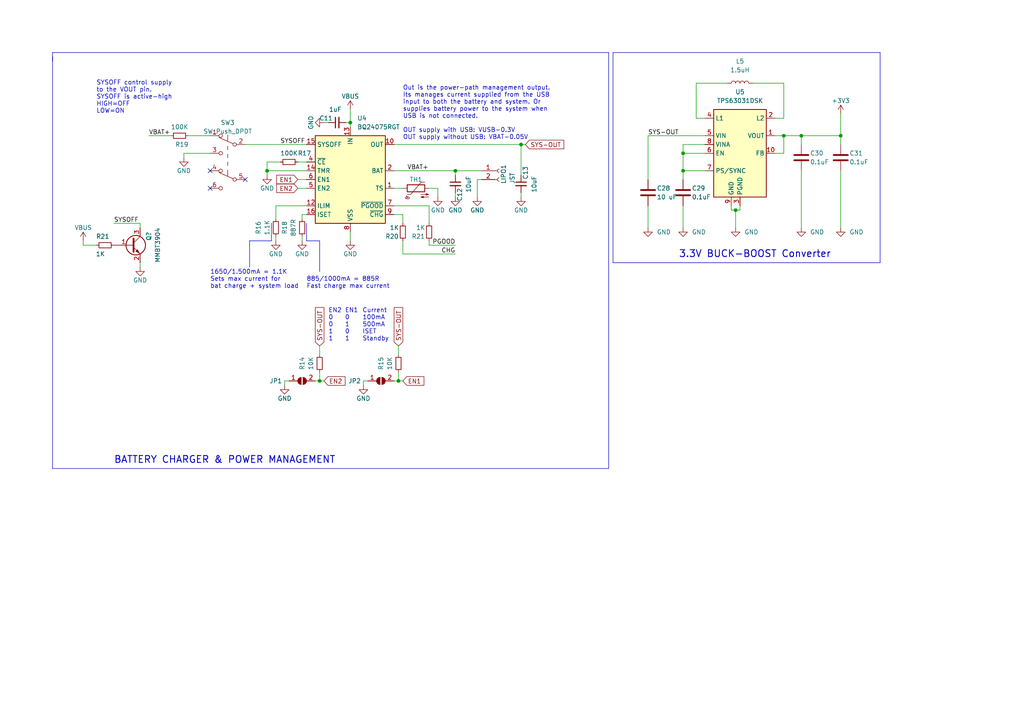
<source format=kicad_sch>
(kicad_sch (version 20230121) (generator eeschema)
  (paper "A4")
  (title_block (title "Power Management") (date "2023-05-08") (rev "1.0") (company "KOLAMUC Industry") (comment 1 "alperen.kolamu@gmail.com") (comment 2 "Alperen KOLAMUÇ"))
  (lib_symbols
    (symbol "Battery_Management:BQ24075RGT"
      (property "Reference" "U" (at -8.89 13.97 0))
      (property "Value" "BQ24075RGT" (at 16.51 13.97 0))
      (symbol "BQ24075RGT_0_1"
        (rectangle (start -10.16 12.7) (end 10.16 -12.7) (stroke (width 0.254)) (fill (type background)))
      )
      (symbol "BQ24075RGT_1_1"
        (pin passive line (at 12.7 -2.54 180) (length 2.54) (name "TS") (number "1"))
        (pin power_out line (at 12.7 10.16 180) (length 2.54) (name "OUT") (number "10"))
        (pin passive line (at 12.7 10.16 180) (length 2.54) hide (name "OUT") (number "11"))
        (pin passive line (at -12.7 -7.62 0) (length 2.54) (name "ILIM") (number "12"))
        (pin power_in line (at 0 15.24 270) (length 2.54) (name "IN") (number "13"))
        (pin input line (at -12.7 2.54 0) (length 2.54) (name "TMR") (number "14"))
        (pin input line (at -12.7 10.16 0) (length 2.54) (name "SYSOFF") (number "15"))
        (pin passive line (at -12.7 -10.16 0) (length 2.54) (name "ISET") (number "16"))
        (pin passive line (at 0 -15.24 90) (length 2.54) hide (name "VSS") (number "17"))
        (pin power_out line (at 12.7 2.54 180) (length 2.54) (name "BAT") (number "2"))
        (pin passive line (at 12.7 2.54 180) (length 2.54) hide (name "BAT") (number "3"))
        (pin input line (at -12.7 5.08 0) (length 2.54) (name "~{CE}") (number "4"))
        (pin input line (at -12.7 -2.54 0) (length 2.54) (name "EN2") (number "5"))
        (pin input line (at -12.7 0 0) (length 2.54) (name "EN1") (number "6"))
        (pin open_collector line (at 12.7 -7.62 180) (length 2.54) (name "~{PGOOD}") (number "7"))
        (pin power_in line (at 0 -15.24 90) (length 2.54) (name "VSS") (number "8"))
        (pin open_collector line (at 12.7 -10.16 180) (length 2.54) (name "~{CHG}") (number "9"))
      )
    )
    (symbol "Connector:Conn_01x02_Female" (pin_names (offset 1.016) hide)
      (property "Reference" "J" (at 0 2.54 0))
      (property "Value" "Conn_01x02_Female" (at 0 -5.08 0))
      (symbol "Conn_01x02_Female_1_1"
        (arc (start 0 -2.032) (mid -0.5058 -2.54) (end 0 -3.048) (stroke (width 0.1524)))
        (polyline (pts (xy -1.27 -2.54) (xy -0.508 -2.54)) (stroke (width 0.1524)))
        (polyline (pts (xy -1.27 0) (xy -0.508 0)) (stroke (width 0.1524)))
        (arc (start 0 0.508) (mid -0.5058 0) (end 0 -0.508) (stroke (width 0.1524)))
        (pin passive line (at -5.08 0 0) (length 3.81) (name "Pin_1") (number "1"))
        (pin passive line (at -5.08 -2.54 0) (length 3.81) (name "Pin_2") (number "2"))
      )
    )
    (symbol "Device:C" (pin_numbers hide) (pin_names (offset 0.254))
      (property "Reference" "C" (at 0.635 2.54 0))
      (property "Value" "C" (at 0.635 -2.54 0))
      (symbol "C_0_1"
        (polyline (pts (xy -2.032 -0.762) (xy 2.032 -0.762)) (stroke (width 0.508)))
        (polyline (pts (xy -2.032 0.762) (xy 2.032 0.762)) (stroke (width 0.508)))
      )
      (symbol "C_1_1"
        (pin passive line (at 0 3.81 270) (length 2.794) (name "~") (number "1"))
        (pin passive line (at 0 -3.81 90) (length 2.794) (name "~") (number "2"))
      )
    )
    (symbol "Device:C_Small" (pin_numbers hide) (pin_names (offset 0.254) hide)
      (property "Reference" "C" (at 0.254 1.778 0))
      (property "Value" "C_Small" (at 0.254 -2.032 0))
      (symbol "C_Small_0_1"
        (polyline (pts (xy -1.524 -0.508) (xy 1.524 -0.508)) (stroke (width 0.3302)))
        (polyline (pts (xy -1.524 0.508) (xy 1.524 0.508)) (stroke (width 0.3048)))
      )
      (symbol "C_Small_1_1"
        (pin passive line (at 0 2.54 270) (length 2.032) (name "~") (number "1"))
        (pin passive line (at 0 -2.54 90) (length 2.032) (name "~") (number "2"))
      )
    )
    (symbol "Device:L" (pin_numbers hide) (pin_names (offset 1.016) hide)
      (property "Reference" "L" (at -1.27 0 90))
      (property "Value" "L" (at 1.905 0 90))
      (symbol "L_0_1"
        (arc (start 0 -2.54) (mid 0.6323 -1.905) (end 0 -1.27))
        (arc (start 0 -1.27) (mid 0.6323 -0.635) (end 0 0))
        (arc (start 0 0) (mid 0.6323 0.635) (end 0 1.27))
        (arc (start 0 1.27) (mid 0.6323 1.905) (end 0 2.54))
      )
      (symbol "L_1_1"
        (pin passive line (at 0 3.81 270) (length 1.27) (name "1") (number "1"))
        (pin passive line (at 0 -3.81 90) (length 1.27) (name "2") (number "2"))
      )
    )
    (symbol "Device:R_Small" (pin_numbers hide) (pin_names (offset 0.254) hide)
      (property "Reference" "R" (at 0.762 0.508 0))
      (property "Value" "R_Small" (at 0.762 -1.016 0))
      (symbol "R_Small_0_1"
        (rectangle (start -0.762 1.778) (end 0.762 -1.778) (stroke (width 0.2032)))
      )
      (symbol "R_Small_1_1"
        (pin passive line (at 0 2.54 270) (length 0.762) (name "~") (number "1"))
        (pin passive line (at 0 -2.54 90) (length 0.762) (name "~") (number "2"))
      )
    )
    (symbol "Device:Thermistor_NTC" (pin_numbers hide) (pin_names (offset 0))
      (property "Reference" "TH" (at -4.445 0 90))
      (property "Value" "Thermistor_NTC" (at 3.175 0 90))
      (symbol "Thermistor_NTC_0_1"
        (arc (start -3.048 2.159) (mid -3.0495 2.3143) (end -3.175 2.413))
        (arc (start -3.048 2.159) (mid -2.9736 1.9794) (end -2.794 1.905))
        (arc (start -3.048 2.794) (mid -2.9736 2.6144) (end -2.794 2.54))
        (arc (start -2.794 1.905) (mid -2.6144 1.9794) (end -2.54 2.159))
        (arc (start -2.794 2.54) (mid -2.4393 2.5587) (end -2.159 2.794))
        (arc (start -2.794 3.048) (mid -2.9736 2.9736) (end -3.048 2.794))
        (arc (start -2.54 2.794) (mid -2.6144 2.9736) (end -2.794 3.048))
        (rectangle (start -1.016 2.54) (end 1.016 -2.54) (stroke (width 0.254)))
        (polyline (pts (xy -2.54 2.159) (xy -2.54 2.794)))
        (polyline (pts (xy -1.778 2.54) (xy -1.778 1.524) (xy 1.778 -1.524) (xy 1.778 -2.54)))
        (polyline (pts (xy -2.54 -3.683) (xy -2.54 -1.397) (xy -2.794 -2.159) (xy -2.286 -2.159) (xy -2.54 -1.397) (xy -2.54 -1.651)) (fill (type outline)))
        (polyline (pts (xy -1.778 -1.397) (xy -1.778 -3.683) (xy -2.032 -2.921) (xy -1.524 -2.921) (xy -1.778 -3.683) (xy -1.778 -3.429)) (fill (type outline)))
      )
      (symbol "Thermistor_NTC_1_1"
        (pin passive line (at 0 3.81 270) (length 1.27) (name "~") (number "1"))
        (pin passive line (at 0 -3.81 90) (length 1.27) (name "~") (number "2"))
      )
    )
    (symbol "Jumper:SolderJumper_2_Open" (pin_names (offset 0) hide)
      (property "Reference" "JP" (at 0 2.032 0))
      (property "Value" "SolderJumper_2_Open" (at 0 -2.54 0))
      (symbol "SolderJumper_2_Open_0_1"
        (arc (start -0.254 1.016) (mid -1.2656 0) (end -0.254 -1.016))
        (arc (start -0.254 1.016) (mid -1.2656 0) (end -0.254 -1.016) (fill (type outline)))
        (polyline (pts (xy -0.254 1.016) (xy -0.254 -1.016)))
        (polyline (pts (xy 0.254 1.016) (xy 0.254 -1.016)))
        (arc (start 0.254 -1.016) (mid 1.2656 0) (end 0.254 1.016))
        (arc (start 0.254 -1.016) (mid 1.2656 0) (end 0.254 1.016) (fill (type outline)))
      )
      (symbol "SolderJumper_2_Open_1_1"
        (pin passive line (at -3.81 0 0) (length 2.54) (name "A") (number "1"))
        (pin passive line (at 3.81 0 180) (length 2.54) (name "B") (number "2"))
      )
    )
    (symbol "Regulator_Switching:TPS63031DSK"
      (property "Reference" "U" (at -7.62 13.97 0))
      (property "Value" "TPS63031DSK" (at 5.08 13.97 0))
      (symbol "TPS63031DSK_0_1"
        (rectangle (start -7.62 12.7) (end 7.62 -12.7) (stroke (width 0.254)) (fill (type background)))
      )
      (symbol "TPS63031DSK_1_1"
        (pin power_out line (at 10.16 5.08 180) (length 2.54) (name "VOUT") (number "1"))
        (pin input line (at 10.16 0 180) (length 2.54) (name "FB") (number "10"))
        (pin passive line (at 0 -15.24 90) (length 2.54) hide (name "PGND") (number "11"))
        (pin input line (at 10.16 10.16 180) (length 2.54) (name "L2") (number "2"))
        (pin power_in line (at 0 -15.24 90) (length 2.54) (name "PGND") (number "3"))
        (pin input line (at -10.16 10.16 0) (length 2.54) (name "L1") (number "4"))
        (pin power_in line (at -10.16 5.08 0) (length 2.54) (name "VIN") (number "5"))
        (pin input line (at -10.16 0 0) (length 2.54) (name "EN") (number "6"))
        (pin input line (at -10.16 -5.08 0) (length 2.54) (name "PS/SYNC") (number "7"))
        (pin passive line (at -10.16 2.54 0) (length 2.54) (name "VINA") (number "8"))
        (pin power_in line (at -2.54 -15.24 90) (length 2.54) (name "GND") (number "9"))
      )
    )
    (symbol "Switch:SW_Push_DPDT" (pin_names (offset 0) hide)
      (property "Reference" "SW" (at 0 8.89 0))
      (property "Value" "SW_Push_DPDT" (at 0 -10.16 0))
      (symbol "SW_Push_DPDT_0_0"
        (circle (center -2.032 -5.08) (radius 0.508))
        (circle (center -2.032 5.08) (radius 0.508))
        (circle (center 2.032 -7.62) (radius 0.508))
        (circle (center 2.032 2.54) (radius 0.508))
      )
      (symbol "SW_Push_DPDT_0_1"
        (polyline (pts (xy -1.524 -4.826) (xy 2.54 -3.048)))
        (polyline (pts (xy -1.524 5.334) (xy 2.54 7.112)))
        (polyline (pts (xy 0 -2.286) (xy 0 -4.064)))
        (polyline (pts (xy 0 -1.016) (xy 0 0)))
        (polyline (pts (xy 0 1.27) (xy 0 2.286)))
        (polyline (pts (xy 0 3.556) (xy 0 4.572)))
        (polyline (pts (xy 0 7.874) (xy 0 6.096)))
        (circle (center 2.032 -2.54) (radius 0.508))
        (circle (center 2.032 7.62) (radius 0.508))
      )
      (symbol "SW_Push_DPDT_1_1"
        (pin passive line (at 5.08 7.62 180) (length 2.54) (name "A") (number "1"))
        (pin passive line (at -5.08 5.08 0) (length 2.54) (name "B") (number "2"))
        (pin passive line (at 5.08 2.54 180) (length 2.54) (name "C") (number "3"))
        (pin passive line (at 5.08 -2.54 180) (length 2.54) (name "A") (number "4"))
        (pin passive line (at -5.08 -5.08 0) (length 2.54) (name "B") (number "5"))
        (pin passive line (at 5.08 -7.62 180) (length 2.54) (name "C") (number "6"))
      )
    )
    (symbol "Transistor_BJT:MMBT3904" (pin_names (offset 0) hide)
      (property "Reference" "Q" (at 5.08 1.905 0))
      (property "Value" "MMBT3904" (at 5.08 0 0))
      (symbol "MMBT3904_0_1"
        (polyline (pts (xy 0.635 0.635) (xy 2.54 2.54)))
        (polyline (pts (xy 0.635 -0.635) (xy 2.54 -2.54) (xy 2.54 -2.54)))
        (polyline (pts (xy 0.635 1.905) (xy 0.635 -1.905) (xy 0.635 -1.905)) (stroke (width 0.508)))
        (polyline (pts (xy 1.27 -1.778) (xy 1.778 -1.27) (xy 2.286 -2.286) (xy 1.27 -1.778) (xy 1.27 -1.778)) (fill (type outline)))
        (circle (center 1.27 0) (radius 2.8194) (stroke (width 0.254)))
      )
      (symbol "MMBT3904_1_1"
        (pin input line (at -5.08 0 0) (length 5.715) (name "B") (number "1"))
        (pin passive line (at 2.54 -5.08 90) (length 2.54) (name "E") (number "2"))
        (pin passive line (at 2.54 5.08 270) (length 2.54) (name "C") (number "3"))
      )
    )
    (symbol "power:+3.3V" (power) (pin_names (offset 0))
      (property "Value" "+3.3V" (at 0 3.556 0))
      (symbol "+3.3V_0_1"
        (polyline (pts (xy -0.762 1.27) (xy 0 2.54)))
        (polyline (pts (xy 0 0) (xy 0 2.54)))
        (polyline (pts (xy 0 2.54) (xy 0.762 1.27)))
      )
      (symbol "+3.3V_1_1"
        (pin power_in line (at 0 0 90) (length 0) hide (name "+3V3") (number "1"))
      )
    )
    (symbol "power:GND" (power) (pin_names (offset 0))
      (property "Value" "GND" (at 0 -3.81 0))
      (symbol "GND_0_1"
        (polyline (pts (xy 0 0) (xy 0 -1.27) (xy 1.27 -1.27) (xy 0 -2.54) (xy -1.27 -1.27) (xy 0 -1.27)))
      )
      (symbol "GND_1_1"
        (pin power_in line (at 0 0 270) (length 0) hide (name "GND") (number "1"))
      )
    )
    (symbol "power:VBUS" (power) (pin_names (offset 0))
      (property "Value" "VBUS" (at 0 3.81 0))
      (symbol "VBUS_0_1"
        (polyline (pts (xy -0.762 1.27) (xy 0 2.54)))
        (polyline (pts (xy 0 0) (xy 0 2.54)))
        (polyline (pts (xy 0 2.54) (xy 0.762 1.27)))
      )
      (symbol "VBUS_1_1"
        (pin power_in line (at 0 0 90) (length 0) hide (name "VBUS") (number "1"))
      )
    )
  )
  (junction (at 213.36 60.96))
  (junction (at 77.47 49.53))
  (junction (at 198.12 49.53))
  (junction (at 101.6 35.56))
  (junction (at 115.57 110.49))
  (junction (at 198.12 44.45))
  (junction (at 243.84 39.37))
  (junction (at 232.41 39.37))
  (junction (at 227.33 39.37))
  (junction (at 132.08 49.53))
  (junction (at 92.71 110.49))
  (junction (at 151.13 41.91))
  (no_connect (at 60.96 54.61))
  (no_connect (at 60.96 49.53))
  (no_connect (at 71.12 52.07))
  (wire (pts (xy 243.84 39.37) (xy 232.41 39.37)))
  (wire (pts (xy 132.08 55.88) (xy 132.08 57.15)))
  (wire (pts (xy 204.47 49.53) (xy 198.12 49.53)))
  (wire (pts (xy 86.36 54.61) (xy 88.9 54.61)))
  (wire (pts (xy 53.34 44.45) (xy 60.96 44.45)))
  (wire (pts (xy 224.79 39.37) (xy 227.33 39.37)))
  (wire (pts (xy 198.12 44.45) (xy 204.47 44.45)))
  (polyline (pts (xy 72.39 69.85) (xy 72.39 77.47)))
  (polyline (pts (xy 15.24 135.89) (xy 176.53 135.89)))
  (polyline (pts (xy 177.8 15.24) (xy 177.8 76.2)))
  (wire (pts (xy 187.96 39.37) (xy 204.47 39.37)))
  (wire (pts (xy 88.9 59.69) (xy 80.01 59.69)))
  (wire (pts (xy 210.82 24.13) (xy 201.93 24.13)))
  (wire (pts (xy 124.46 71.12) (xy 132.08 71.12)))
  (wire (pts (xy 115.57 110.49) (xy 116.84 110.49)))
  (polyline (pts (xy 88.9 69.85) (xy 92.71 69.85)))
  (wire (pts (xy 101.6 35.56) (xy 101.6 36.83)))
  (wire (pts (xy 77.47 46.99) (xy 77.47 49.53)))
  (wire (pts (xy 201.93 34.29) (xy 204.47 34.29)))
  (polyline (pts (xy 177.8 15.24) (xy 255.27 15.24)))
  (wire (pts (xy 214.63 60.96) (xy 214.63 59.69)))
  (wire (pts (xy 101.6 31.75) (xy 101.6 35.56)))
  (polyline (pts (xy 78.74 64.77) (xy 78.74 69.85)))
  (wire (pts (xy 105.41 110.49) (xy 105.41 111.76)))
  (wire (pts (xy 227.33 39.37) (xy 232.41 39.37)))
  (wire (pts (xy 132.08 49.53) (xy 132.08 50.8)))
  (wire (pts (xy 243.84 49.53) (xy 243.84 66.04)))
  (wire (pts (xy 212.09 59.69) (xy 212.09 60.96)))
  (wire (pts (xy 224.79 44.45) (xy 227.33 44.45)))
  (polyline (pts (xy 176.53 135.89) (xy 176.53 15.24)))
  (wire (pts (xy 212.09 60.96) (xy 213.36 60.96)))
  (wire (pts (xy 83.82 110.49) (xy 82.55 110.49)))
  (wire (pts (xy 187.96 52.07) (xy 187.96 39.37)))
  (wire (pts (xy 43.18 39.37) (xy 49.53 39.37)))
  (wire (pts (xy 88.9 62.23) (xy 87.63 62.23)))
  (wire (pts (xy 40.64 77.47) (xy 40.64 76.2)))
  (wire (pts (xy 86.36 52.07) (xy 88.9 52.07)))
  (wire (pts (xy 198.12 49.53) (xy 198.12 52.07)))
  (wire (pts (xy 201.93 24.13) (xy 201.93 34.29)))
  (wire (pts (xy 198.12 44.45) (xy 198.12 41.91)))
  (wire (pts (xy 198.12 59.69) (xy 198.12 66.04)))
  (wire (pts (xy 93.98 35.56) (xy 95.25 35.56)))
  (wire (pts (xy 243.84 33.02) (xy 243.84 39.37)))
  (wire (pts (xy 114.3 59.69) (xy 124.46 59.69)))
  (wire (pts (xy 124.46 59.69) (xy 124.46 64.77)))
  (wire (pts (xy 82.55 110.49) (xy 82.55 111.76)))
  (wire (pts (xy 218.44 24.13) (xy 227.33 24.13)))
  (wire (pts (xy 152.4 41.91) (xy 151.13 41.91)))
  (polyline (pts (xy 78.74 69.85) (xy 72.39 69.85)))
  (wire (pts (xy 124.46 54.61) (xy 127 54.61)))
  (wire (pts (xy 213.36 60.96) (xy 214.63 60.96)))
  (wire (pts (xy 77.47 49.53) (xy 77.47 50.8)))
  (wire (pts (xy 24.13 69.85) (xy 24.13 71.12)))
  (wire (pts (xy 106.68 110.49) (xy 105.41 110.49)))
  (wire (pts (xy 101.6 69.85) (xy 101.6 67.31)))
  (wire (pts (xy 187.96 59.69) (xy 187.96 66.04)))
  (wire (pts (xy 127 54.61) (xy 127 57.15)))
  (wire (pts (xy 40.64 66.04) (xy 40.64 64.77)))
  (wire (pts (xy 87.63 62.23) (xy 87.63 63.5)))
  (wire (pts (xy 54.61 39.37) (xy 60.96 39.37)))
  (polyline (pts (xy 15.24 16.51) (xy 15.24 17.78)))
  (wire (pts (xy 232.41 49.53) (xy 232.41 66.04)))
  (wire (pts (xy 116.84 69.85) (xy 116.84 73.66)))
  (wire (pts (xy 213.36 60.96) (xy 213.36 66.04)))
  (wire (pts (xy 198.12 49.53) (xy 198.12 44.45)))
  (wire (pts (xy 92.71 110.49) (xy 92.71 107.95)))
  (wire (pts (xy 124.46 71.12) (xy 124.46 69.85)))
  (wire (pts (xy 243.84 41.91) (xy 243.84 39.37)))
  (wire (pts (xy 116.84 62.23) (xy 116.84 64.77)))
  (wire (pts (xy 33.02 64.77) (xy 40.64 64.77)))
  (polyline (pts (xy 92.71 69.85) (xy 92.71 78.74)))
  (wire (pts (xy 88.9 49.53) (xy 77.47 49.53)))
  (wire (pts (xy 138.43 57.15) (xy 138.43 52.07)))
  (polyline (pts (xy 15.24 15.24) (xy 15.24 16.51)))
  (wire (pts (xy 115.57 110.49) (xy 115.57 107.95)))
  (wire (pts (xy 91.44 110.49) (xy 92.71 110.49)))
  (wire (pts (xy 92.71 110.49) (xy 93.98 110.49)))
  (wire (pts (xy 116.84 73.66) (xy 132.08 73.66)))
  (wire (pts (xy 232.41 39.37) (xy 232.41 41.91)))
  (wire (pts (xy 151.13 55.88) (xy 151.13 57.15)))
  (wire (pts (xy 132.08 49.53) (xy 139.7 49.53)))
  (wire (pts (xy 100.33 35.56) (xy 101.6 35.56)))
  (wire (pts (xy 24.13 71.12) (xy 27.94 71.12)))
  (wire (pts (xy 114.3 110.49) (xy 115.57 110.49)))
  (wire (pts (xy 115.57 100.33) (xy 115.57 102.87)))
  (polyline (pts (xy 255.27 76.2) (xy 255.27 15.24)))
  (polyline (pts (xy 88.9 64.77) (xy 88.9 69.85)))
  (wire (pts (xy 86.36 46.99) (xy 88.9 46.99)))
  (polyline (pts (xy 15.24 16.51) (xy 15.24 135.89)))
  (wire (pts (xy 114.3 62.23) (xy 116.84 62.23)))
  (wire (pts (xy 81.28 46.99) (xy 77.47 46.99)))
  (wire (pts (xy 114.3 49.53) (xy 132.08 49.53)))
  (wire (pts (xy 114.3 41.91) (xy 151.13 41.91)))
  (wire (pts (xy 80.01 59.69) (xy 80.01 63.5)))
  (wire (pts (xy 87.63 69.85) (xy 87.63 68.58)))
  (wire (pts (xy 151.13 41.91) (xy 151.13 50.8)))
  (wire (pts (xy 114.3 54.61) (xy 116.84 54.61)))
  (wire (pts (xy 227.33 24.13) (xy 227.33 34.29)))
  (wire (pts (xy 227.33 44.45) (xy 227.33 39.37)))
  (wire (pts (xy 92.71 100.33) (xy 92.71 102.87)))
  (wire (pts (xy 53.34 44.45) (xy 53.34 45.72)))
  (wire (pts (xy 198.12 41.91) (xy 204.47 41.91)))
  (wire (pts (xy 71.12 41.91) (xy 88.9 41.91)))
  (wire (pts (xy 138.43 52.07) (xy 139.7 52.07)))
  (wire (pts (xy 227.33 34.29) (xy 224.79 34.29)))
  (wire (pts (xy 80.01 69.85) (xy 80.01 68.58)))
  (polyline (pts (xy 177.8 76.2) (xy 255.27 76.2)))
  (polyline (pts (xy 176.53 15.24) (xy 15.24 15.24)))
  (text "SYSOFF control supply\nto the VOUT pin.\nSYSOFF is active-high\nHIGH=OFF\nLOW=ON" (at 27.94 33.02 0) (effects (font (size 1.27 1.27)) (justify left bottom)))
  (text "885/1000mA = 885R\nFast charge max current" (at 88.9 83.82 0) (effects (font (size 1.27 1.27)) (justify left bottom)))
  (text "1650/1.500mA = 1.1K\nSets max current for\nbat charge + system load" (at 60.96 83.82 0) (effects (font (size 1.27 1.27)) (justify left bottom)))
  (text "EN2	EN1	Current\n0	0	100mA\n0	1	500mA\n1	0	ISET\n1	1	Standby" (at 95.25 99.06 0) (effects (font (size 1.27 1.27)) (justify left bottom)))
  (text "BATTERY CHARGER & POWER MANAGEMENT" (at 33.02 134.62 0) (effects (font (size 2 2) (thickness 0.254) bold) (justify left bottom)))
  (text "Out is the power-path management output.\nIts manages current supplied from the USB\ninput to both the battery and system. Or\nsupplies battery power to the system when\nUSB is not connected.\n\nOUT supply with USB: VUSB-0.3V\nOUT supply without USB: VBAT-0.05V " (at 116.84 40.64 0) (effects (font (size 1.27 1.27)) (justify left bottom)))
  (text "3.3V BUCK-BOOST Converter" (at 196.85 74.93 0) (effects (font (size 2 2) (thickness 0.254) bold) (justify left bottom)))
  (label "VBAT+" (at 43.18 39.37 0))
  (label "PGOOD" (at 132.08 71.12 180))
  (label "VBAT+" (at 118.11 49.53 0))
  (label "SYSOFF" (at 33.02 64.77 0))
  (label "CHG" (at 132.08 73.66 180))
  (label "SYS-OUT" (at 187.96 39.37 0))
  (label "SYSOFF" (at 81.28 41.91 0))
  (global_label "SYS-OUT" (shape input) (at 92.71 100.33 90) (property "Intersheetrefs" "${INTERSHEET_REFS}" (effects hide)))
  (global_label "EN2" (shape input) (at 86.36 54.61 180) (property "Intersheetrefs" "${INTERSHEET_REFS}" (effects hide)))
  (global_label "SYS-OUT" (shape input) (at 152.4 41.91 0) (property "Intersheetrefs" "${INTERSHEET_REFS}" (effects hide)))
  (global_label "SYS-OUT" (shape input) (at 115.57 100.33 90) (property "Intersheetrefs" "${INTERSHEET_REFS}" (effects hide)))
  (global_label "EN2" (shape input) (at 93.98 110.49 0) (property "Intersheetrefs" "${INTERSHEET_REFS}" (effects hide)))
  (global_label "EN1" (shape input) (at 116.84 110.49 0) (property "Intersheetrefs" "${INTERSHEET_REFS}" (effects hide)))
  (global_label "EN1" (shape input) (at 86.36 52.07 180) (property "Intersheetrefs" "${INTERSHEET_REFS}" (effects hide)))
  (symbol (lib_id "Device:C") (at 232.41 45.72 0) (unit 1)
    (property "Reference" "C30" (at 234.95 44.45 0) (effects (justify left)))
    (property "Value" "0.1uF" (at 234.95 46.99 0) (effects (justify left)))
    (property "Footprint" "Capacitor_SMD:C_0402_1005Metric" (effects hide))
    (property "Description" "0.1uF %10 50VDC" (effects hide))
    (property "Package-Case" "0402" (effects hide))
    (instances (project "RadiolinkAT9C" (path "" (reference "C30") (unit 1)) (path "" (reference "C17") (unit 1))))
  )
  (symbol (lib_id "Device:R_Small") (at 116.84 67.31 180) (unit 1)
    (property "Reference" "R20" (at 111.76 68.58 0) (effects (justify right)))
    (property "Value" "1K" (at 113.03 66.04 0) (effects (justify right)))
    (property "Footprint" "Resistor_SMD:R_0603_1608Metric" (effects hide))
    (property "Datasheet" "https://cdn.ozdisan.com/ETicaret_Dosya/399380_9872459.pdf" (effects hide))
    (property "Description" "RES.(1608) 0603 1K Ohms 1% 1/10W-S 100PPM" (effects hide))
    (property "Manufacturer" "ROYALOHM" (effects hide))
    (property "Suplier" "Ozdisan" (effects hide))
    (property "Suplier Part Number" "0603SAF1001T5E" (effects hide))
    (property "Package-Case" "0603" (effects hide))
    (property "URL" "https://b2b.ozdisan.com/Product/Detail/341789/0603SAF1001T5E" (effects hide))
    (instances (project "RadiolinkAT9C" (path "" (reference "R20") (unit 1)) (path "" (reference "R33") (unit 1))))
  )
  (symbol (lib_id "power:GND") (at 232.41 66.04 0) (unit 1)
    (property "Reference" "#PWR017" (effects hide))
    (property "Value" "GND" (at 234.95 67.3099 0) (effects (justify left)))
    (instances (project "RadiolinkAT9C" (path "" (reference "#PWR017") (unit 1)) (path "" (reference "#PWR039") (unit 1))))
  )
  (symbol (lib_id "power:GND") (at 87.63 69.85 0) (unit 1)
    (property "Reference" "#PWR0134" (effects hide))
    (property "Value" "GND" (at 87.63 73.66 0))
    (instances (project "RadiolinkAT9C" (path "" (reference "#PWR0134") (unit 1)) (path "" (reference "#PWR056") (unit 1))))
  )
  (symbol (lib_id "Switch:SW_Push_DPDT") (at 66.04 46.99 0) (mirror y) (unit 1)
    (property "Reference" "SW3" (at 66.04 35.56 0))
    (property "Value" "SW_Push_DPDT" (at 66.04 38.1 0))
  )
  (symbol (lib_id "power:GND") (at 127 57.15 0) (unit 1)
    (property "Reference" "#PWR04" (effects hide))
    (property "Value" "GND" (at 127 60.96 0))
    (instances (project "RadiolinkAT9C" (path "" (reference "#PWR04") (unit 1)) (path "" (reference "#PWR061") (unit 1))))
  )
  (symbol (lib_id "Device:C") (at 198.12 55.88 0) (unit 1)
    (property "Reference" "C29" (at 200.66 54.61 0) (effects (justify left)))
    (property "Value" "0.1uF" (at 200.66 57.15 0) (effects (justify left)))
    (property "Footprint" "Capacitor_SMD:C_0402_1005Metric" (effects hide))
    (property "Description" "0.1uF %10 50VDC" (effects hide))
    (property "Package-Case" "0402" (effects hide))
    (instances (project "RadiolinkAT9C" (path "" (reference "C29") (unit 1)) (path "" (reference "C16") (unit 1))))
  )
  (symbol (lib_id "Device:L") (at 214.63 24.13 90) (unit 1)
    (property "Reference" "L5" (at 214.63 17.78 90))
    (property "Value" "1.5uH" (at 214.63 20.32 90))
    (property "Footprint" "Inductor_SMD:L_Coilcraft_XxL4020" (effects hide))
    (instances (project "RadiolinkAT9C" (path "" (reference "L5") (unit 1)) (path "" (reference "L3") (unit 1))))
  )
  (symbol (lib_id "power:GND") (at 82.55 111.76 0) (unit 1)
    (property "Reference" "#PWR0132" (effects hide))
    (property "Value" "GND" (at 82.55 115.57 0))
    (instances (project "RadiolinkAT9C" (path "" (reference "#PWR0132") (unit 1)) (path "" (reference "#PWR055") (unit 1))))
  )
  (symbol (lib_id "power:GND") (at 138.43 57.15 0) (unit 1)
    (property "Reference" "#PWR06" (effects hide))
    (property "Value" "GND" (at 138.43 60.96 0))
    (instances (project "RadiolinkAT9C" (path "" (reference "#PWR06") (unit 1)) (path "" (reference "#PWR064") (unit 1))))
  )
  (symbol (lib_id "power:GND") (at 93.98 35.56 270) (unit 1)
    (property "Reference" "#PWR02" (effects hide))
    (property "Value" "GND" (at 90.17 35.56 0))
    (instances (project "RadiolinkAT9C" (path "" (reference "#PWR02") (unit 1)) (path "" (reference "#PWR057") (unit 1))))
  )
  (symbol (lib_id "Transistor_BJT:MMBT3904") (at 38.1 71.12 0) (unit 1)
    (property "Reference" "Q?" (at 43.18 69.8499 90) (effects (justify left)))
    (property "Value" "MMBT3904" (at 45.72 76.2 90) (effects (justify left)))
    (property "Footprint" "Package_TO_SOT_SMD:SOT-23" (effects hide))
    (property "Datasheet" "https://www.onsemi.com/pub/Collateral/2N3903-D.PDF" (effects hide))
    (property "Description" "TRANSISTOR DIS.200mA 40V NPN SOT23 EPITAXIAL SMT" (effects hide))
    (property "Manufacturer" "HOTTECH" (effects hide))
    (property "Suplier" "Ozdisan" (effects hide))
    (property "Suplier Part Number" "MMBT3904-HT" (effects hide))
    (property "Package-Case" "SOT-23" (effects hide))
    (property "URL" "https://b2b.ozdisan.com/Product/Detail/468189/MMBT3904-HT" (effects hide))
    (instances (project "RadiolinkAT9C" (path "" (reference "Q?") (unit 1)) (path "" (reference "Q1") (unit 1)) (path "" (reference "Q4") (unit 1))))
  )
  (symbol (lib_id "power:GND") (at 53.34 45.72 0) (unit 1)
    (property "Reference" "#PWR01" (effects hide))
    (property "Value" "GND" (at 53.34 49.53 0))
    (instances (project "RadiolinkAT9C" (path "" (reference "#PWR01") (unit 1)) (path "" (reference "#PWR052") (unit 1))))
  )
  (symbol (lib_id "Device:C_Small") (at 151.13 53.34 0) (unit 1)
    (property "Reference" "C13" (at 152.4 52.07 90) (effects (justify left)))
    (property "Value" "10uF" (at 154.94 55.88 90) (effects (justify left)))
    (property "Footprint" "Capacitor_SMD:C_0603_1608Metric" (effects hide))
    (property "Datasheet" "https://cdn.ozdisan.com/ETicaret_Dosya/448212_5798276.PDF" (effects hide))
    (property "Description" "MLCC (1608) 0603 10uF 10VDC ±10% X5R" (effects hide))
    (property "Manufacturer" "SAMSUNG" (effects hide))
    (property "Suplier" "Ozdisan" (effects hide))
    (property "Suplier Part Number" "CL10A106KP8NNNC" (effects hide))
    (property "Package-Case" "0603" (effects hide))
    (property "URL" "https://b2b.ozdisan.com/passive-components/capacitors/smt-smd-and-mlcc-capacitors/CL10A106KQ8NNNC" (effects hide))
    (instances (project "RadiolinkAT9C" (path "" (reference "C13") (unit 1)) (path "" (reference "C23") (unit 1))))
  )
  (symbol (lib_id "Device:C_Small") (at 97.79 35.56 90) (unit 1)
    (property "Reference" "C11" (at 96.52 34.29 90) (effects (justify left)))
    (property "Value" "1uF" (at 99.06 31.75 90) (effects (justify left)))
    (property "Footprint" "Capacitor_SMD:C_0603_1608Metric" (effects hide))
    (property "Datasheet" "https://cdn.ozdisan.com/ETicaret_Dosya/448212_5798276.PDF" (effects hide))
    (property "Description" "MLCC (1608) 0603 1uF 16VDC ±10% X7R" (effects hide))
    (property "Manufacturer" "SAMSUNG" (effects hide))
    (property "Suplier" "Ozdisan" (effects hide))
    (property "Suplier Part Number" "CL10B105KO8NNNC" (effects hide))
    (property "Package-Case" "0603" (effects hide))
    (property "URL" "https://b2b.ozdisan.com/Product/Detail/14234/CL10B105KO8NNNC" (effects hide))
    (instances (project "RadiolinkAT9C" (path "" (reference "C11") (unit 1)) (path "" (reference "C21") (unit 1))))
  )
  (symbol (lib_id "power:GND") (at 213.36 66.04 0) (unit 1)
    (property "Reference" "#PWR0144" (effects hide))
    (property "Value" "GND" (at 215.9 67.3099 0) (effects (justify left)))
    (instances (project "RadiolinkAT9C" (path "" (reference "#PWR0144") (unit 1)) (path "" (reference "#PWR038") (unit 1))))
  )
  (symbol (lib_id "power:GND") (at 40.64 77.47 0) (unit 1)
    (property "Reference" "#PWR0136" (effects hide))
    (property "Value" "GND" (at 40.64 81.28 0))
    (instances (project "RadiolinkAT9C" (path "" (reference "#PWR0136") (unit 1)) (path "" (reference "#PWR075") (unit 1))))
  )
  (symbol (lib_id "Jumper:SolderJumper_2_Open") (at 87.63 110.49 0) (unit 1)
    (property "Reference" "JP1" (at 80.01 110.49 0))
    (property "Value" "SolderJumper_2_Open" (effects hide))
    (property "Footprint" "Jumper:SolderJumper-2_P1.3mm_Open_RoundedPad1.0x1.5mm" (effects hide))
    (instances (project "RadiolinkAT9C" (path "" (reference "JP1") (unit 1)) (path "" (reference "JP3") (unit 1))))
  )
  (symbol (lib_id "Device:R_Small") (at 124.46 67.31 180) (unit 1)
    (property "Reference" "R21" (at 119.38 68.58 0) (effects (justify right)))
    (property "Value" "1K" (at 120.65 66.04 0) (effects (justify right)))
    (property "Footprint" "Resistor_SMD:R_0603_1608Metric" (effects hide))
    (property "Datasheet" "https://cdn.ozdisan.com/ETicaret_Dosya/399380_9872459.pdf" (effects hide))
    (property "Description" "RES.(1608) 0603 1K Ohms 1% 1/10W-S 100PPM" (effects hide))
    (property "Manufacturer" "ROYALOHM" (effects hide))
    (property "Suplier" "Ozdisan" (effects hide))
    (property "Suplier Part Number" "0603SAF1001T5E" (effects hide))
    (property "Package-Case" "0603" (effects hide))
    (property "URL" "https://b2b.ozdisan.com/Product/Detail/341789/0603SAF1001T5E" (effects hide))
    (instances (project "RadiolinkAT9C" (path "" (reference "R21") (unit 1)) (path "" (reference "R34") (unit 1))))
  )
  (symbol (lib_id "power:GND") (at 132.08 57.15 0) (unit 1)
    (property "Reference" "#PWR05" (effects hide))
    (property "Value" "GND" (at 132.08 60.96 0))
    (instances (project "RadiolinkAT9C" (path "" (reference "#PWR05") (unit 1)) (path "" (reference "#PWR063") (unit 1))))
  )
  (symbol (lib_id "Device:C") (at 187.96 55.88 0) (unit 1)
    (property "Reference" "C28" (at 190.5 54.61 0) (effects (justify left)))
    (property "Value" "10 uF" (at 190.5 57.15 0) (effects (justify left)))
    (property "Footprint" "Capacitor_SMD:C_0402_1005Metric" (effects hide))
    (property "Description" "10 uF %10 50VDC" (effects hide))
    (property "Package-Case" "0402" (effects hide))
    (instances (project "RadiolinkAT9C" (path "" (reference "C28") (unit 1)) (path "" (reference "C10") (unit 1))))
  )
  (symbol (lib_id "Battery_Management:BQ24075RGT") (at 101.6 52.07 0) (unit 1)
    (property "Reference" "U4" (at 103.6194 34.29 0) (effects (justify left)))
    (property "Value" "BQ24075RGT" (at 103.6194 36.83 0) (effects (justify left)))
    (property "Footprint" "Package_DFN_QFN:VQFN-16-1EP_3x3mm_P0.5mm_EP1.6x1.6mm" (effects hide))
    (property "Datasheet" "http://www.ti.com/lit/ds/symlink/bq24075.pdf" (effects hide))
    (instances (project "RadiolinkAT9C" (path "" (reference "U4") (unit 1)) (path "" (reference "U8") (unit 1))))
  )
  (symbol (lib_id "power:GND") (at 105.41 111.76 0) (unit 1)
    (property "Reference" "#PWR0131" (effects hide))
    (property "Value" "GND" (at 105.41 115.57 0))
    (instances (project "RadiolinkAT9C" (path "" (reference "#PWR0131") (unit 1)) (path "" (reference "#PWR060") (unit 1))))
  )
  (symbol (lib_id "Device:R_Small") (at 83.82 46.99 270) (mirror x) (unit 1)
    (property "Reference" "R17" (at 86.36 44.45 90) (effects (justify left)))
    (property "Value" "100K" (at 81.28 44.45 90) (effects (justify left)))
    (property "Footprint" "Resistor_SMD:R_0603_1608Metric" (effects hide))
    (property "Datasheet" "https://cdn.ozdisan.com/ETicaret_Dosya/399380_9872459.pdf" (effects hide))
    (property "Package-Case" "0603" (effects hide))
    (property "Manufacturer" "ROYALOHM" (effects hide))
    (property "Suplier" "Ozdisan" (effects hide))
    (property "Description" "RES.(1608) 0603 100K Ohms 5% 1/10W-S 100PPM" (effects hide))
    (property "Suplier Part Number" "0603SAJ0104T5E" (effects hide))
    (property "URL" "https://b2b.ozdisan.com/pasif-komponentler/direncler/smt-smd-ve-cip-direncler/0603SAJ0104T5E" (effects hide))
    (instances (project "RadiolinkAT9C" (path "" (reference "R17") (unit 1)) (path "" (reference "R29") (unit 1))))
  )
  (symbol (lib_id "Device:R_Small") (at 80.01 66.04 180) (unit 1)
    (property "Reference" "R16" (at 74.93 66.04 90))
    (property "Value" "1.1K" (at 77.47 66.04 90))
    (property "Footprint" "Resistor_SMD:R_0603_1608Metric" (effects hide))
    (property "Datasheet" "https://cdn.ozdisan.com/ETicaret_Dosya/399380_9872459.pdf" (effects hide))
    (property "Suplier" "Ozdisan" (effects hide))
    (property "Suplier Part Number" "0603SAF1101T5E" (effects hide))
    (property "Description" "RES.(1608) 0603 1.1K Ohms 1% 1/10W-S 100PPM" (effects hide))
    (property "Package-Case" "0603" (effects hide))
    (property "Manufacturer" "ROYALOHM" (effects hide))
    (property "URL" "https://b2b.ozdisan.com/pasif-komponentler/direncler/smt-smd-ve-cip-direncler/0603SAF1101T5E/351084" (effects hide))
    (instances (project "RadiolinkAT9C" (path "" (reference "R16") (unit 1)) (path "" (reference "R28") (unit 1))))
  )
  (symbol (lib_id "Device:C") (at 243.84 45.72 0) (unit 1)
    (property "Reference" "C31" (at 246.38 44.45 0) (effects (justify left)))
    (property "Value" "0.1uF" (at 246.38 46.99 0) (effects (justify left)))
    (property "Footprint" "Capacitor_SMD:C_0402_1005Metric" (effects hide))
    (property "Description" "0.1uF %10 50VDC" (effects hide))
    (property "Package-Case" "0402" (effects hide))
    (instances (project "RadiolinkAT9C" (path "" (reference "C31") (unit 1)) (path "" (reference "C18") (unit 1))))
  )
  (symbol (lib_id "Device:R_Small") (at 87.63 66.04 180) (unit 1)
    (property "Reference" "R18" (at 82.55 66.04 90))
    (property "Value" "887R" (at 85.09 66.04 90))
    (property "Footprint" "Resistor_SMD:R_0603_1608Metric" (effects hide))
    (property "Datasheet" "https://cdn.ozdisan.com/ETicaret_Dosya/399380_9872459.pdf" (effects hide))
    (property "Suplier" "Ozdisan" (effects hide))
    (property "Suplier Part Number" "0603SAF8870T5E" (effects hide))
    (property "Description" "RES.(1608) 0603 887 Ohms 1% 1/10W-S 100PPM" (effects hide))
    (property "Package-Case" "0603" (effects hide))
    (property "Manufacturer" "ROYALOHM" (effects hide))
    (property "URL" "https://b2b.ozdisan.com/pasif-komponentler/direncler/smt-smd-ve-cip-direncler/0603SAF8870T5E/505841" (effects hide))
    (property "Sim.Device" "SPICE" (effects hide))
    (property "Sim.Params" "type=\"R\" model=\"1.1K\" lib=\"\"" (effects hide))
    (property "Sim.Pins" "1=1 2=2" (effects hide))
    (instances (project "RadiolinkAT9C" (path "" (reference "R18") (unit 1)) (path "" (reference "R30") (unit 1))))
  )
  (symbol (lib_id "Device:R_Small") (at 92.71 105.41 180) (unit 1)
    (property "Reference" "R14" (at 87.63 105.41 90))
    (property "Value" "10K" (at 90.17 105.41 90))
    (property "Footprint" "Resistor_SMD:R_0603_1608Metric" (effects hide))
    (property "Datasheet" "https://cdn.ozdisan.com/ETicaret_Dosya/570122_9878629.pdf" (effects hide))
    (property "Suplier" "Ozdisan" (effects hide))
    (property "Suplier Part Number" "TC0325F1002T5F" (effects hide))
    (property "Description" "RES.(1608) 0603 10K Ohms 1% 1/10W 25PPM" (effects hide))
    (property "Package-Case" "0603" (effects hide))
    (property "Manufacturer" "ROYALOHM" (effects hide))
    (property "URL" "https://b2b.ozdisan.com/Product/Detail/727909/TC0325F1002T5F" (effects hide))
    (instances (project "RadiolinkAT9C" (path "" (reference "R14") (unit 1)) (path "" (reference "R31") (unit 1))))
  )
  (symbol (lib_id "power:GND") (at 187.96 66.04 0) (unit 1)
    (property "Reference" "#PWR015" (effects hide))
    (property "Value" "GND" (at 190.5 67.3099 0) (effects (justify left)))
    (instances (project "RadiolinkAT9C" (path "" (reference "#PWR015") (unit 1)) (path "" (reference "#PWR036") (unit 1))))
  )
  (symbol (lib_id "power:VBUS") (at 101.6 31.75 0) (unit 1)
    (property "Reference" "#PWR03" (effects hide))
    (property "Value" "VBUS" (at 101.6 27.94 0))
    (instances (project "RadiolinkAT9C" (path "" (reference "#PWR03") (unit 1)) (path "" (reference "#PWR058") (unit 1))))
  )
  (symbol (lib_id "power:GND") (at 80.01 69.85 0) (unit 1)
    (property "Reference" "#PWR0135" (effects hide))
    (property "Value" "GND" (at 80.01 73.66 0))
    (instances (project "RadiolinkAT9C" (path "" (reference "#PWR0135") (unit 1)) (path "" (reference "#PWR054") (unit 1))))
  )
  (symbol (lib_id "power:VBUS") (at 24.13 69.85 0) (unit 1)
    (property "Reference" "#PWR03" (effects hide))
    (property "Value" "VBUS" (at 24.13 66.04 0))
    (instances (project "RadiolinkAT9C" (path "" (reference "#PWR03") (unit 1)) (path "" (reference "#PWR078") (unit 1))))
  )
  (symbol (lib_id "Regulator_Switching:TPS63031DSK") (at 214.63 44.45 0) (unit 1)
    (property "Reference" "U5" (at 214.63 26.67 0))
    (property "Value" "TPS63031DSK" (at 214.63 29.21 0))
    (property "Footprint" "Package_SON:WSON-10-1EP_2.5x2.5mm_P0.5mm_EP1.2x2mm" (effects hide))
    (property "Datasheet" "http://www.ti.com/lit/ds/symlink/tps63031.pdf" (effects hide))
    (instances (project "RadiolinkAT9C" (path "" (reference "U5") (unit 1)) (path "" (reference "U6") (unit 1))))
  )
  (symbol (lib_id "power:GND") (at 198.12 66.04 0) (unit 1)
    (property "Reference" "#PWR016" (effects hide))
    (property "Value" "GND" (at 200.66 67.3099 0) (effects (justify left)))
    (instances (project "RadiolinkAT9C" (path "" (reference "#PWR016") (unit 1)) (path "" (reference "#PWR037") (unit 1))))
  )
  (symbol (lib_id "Device:R_Small") (at 30.48 71.12 270) (unit 1)
    (property "Reference" "R21" (at 31.75 68.58 90) (effects (justify right)))
    (property "Value" "1K" (at 30.48 73.66 90) (effects (justify right)))
    (property "Footprint" "Resistor_SMD:R_0603_1608Metric" (effects hide))
    (property "Datasheet" "https://cdn.ozdisan.com/ETicaret_Dosya/399380_9872459.pdf" (effects hide))
    (property "Description" "RES.(1608) 0603 1K Ohms 1% 1/10W-S 100PPM" (effects hide))
    (property "Manufacturer" "ROYALOHM" (effects hide))
    (property "Suplier" "Ozdisan" (effects hide))
    (property "Suplier Part Number" "0603SAF1001T5E" (effects hide))
    (property "Package-Case" "0603" (effects hide))
    (property "URL" "https://b2b.ozdisan.com/Product/Detail/341789/0603SAF1001T5E" (effects hide))
    (instances (project "RadiolinkAT9C" (path "" (reference "R21") (unit 1)) (path "" (reference "R37") (unit 1))))
  )
  (symbol (lib_id "Device:Thermistor_NTC") (at 120.65 54.61 90) (unit 1)
    (property "Reference" "TH1" (at 120.65 52.07 90))
    (property "Value" "Thermistor_NTC" (effects hide))
    (property "Footprint" "Connector_PinSocket_2.54mm:PinSocket_1x02_P2.54mm_Vertical" (effects hide))
    (instances (project "RadiolinkAT9C" (path "" (reference "TH1") (unit 1)) (path "" (reference "TH2") (unit 1))))
  )
  (symbol (lib_id "Jumper:SolderJumper_2_Open") (at 110.49 110.49 0) (unit 1)
    (property "Reference" "JP2" (at 102.87 110.49 0))
    (property "Value" "SolderJumper_2_Open" (effects hide))
    (property "Footprint" "Jumper:SolderJumper-2_P1.3mm_Open_RoundedPad1.0x1.5mm" (effects hide))
    (instances (project "RadiolinkAT9C" (path "" (reference "JP2") (unit 1)) (path "" (reference "JP4") (unit 1))))
  )
  (symbol (lib_id "power:GND") (at 77.47 50.8 0) (unit 1)
    (property "Reference" "#PWR0136" (effects hide))
    (property "Value" "GND" (at 77.47 54.61 0))
    (instances (project "RadiolinkAT9C" (path "" (reference "#PWR0136") (unit 1)) (path "" (reference "#PWR053") (unit 1))))
  )
  (symbol (lib_id "power:GND") (at 151.13 57.15 0) (unit 1)
    (property "Reference" "#PWR07" (effects hide))
    (property "Value" "GND" (at 151.13 60.96 0))
    (instances (project "RadiolinkAT9C" (path "" (reference "#PWR07") (unit 1)) (path "" (reference "#PWR065") (unit 1))))
  )
  (symbol (lib_id "power:GND") (at 243.84 66.04 0) (unit 1)
    (property "Reference" "#PWR021" (effects hide))
    (property "Value" "GND" (at 246.38 67.3099 0) (effects (justify left)))
    (instances (project "RadiolinkAT9C" (path "" (reference "#PWR021") (unit 1)) (path "" (reference "#PWR041") (unit 1))))
  )
  (symbol (lib_id "Device:C_Small") (at 132.08 53.34 0) (unit 1)
    (property "Reference" "C12" (at 133.35 58.42 90) (effects (justify left)))
    (property "Value" "10uF" (at 135.89 55.88 90) (effects (justify left)))
    (property "Footprint" "Capacitor_SMD:C_0603_1608Metric" (effects hide))
    (property "Datasheet" "https://cdn.ozdisan.com/ETicaret_Dosya/448212_5798276.PDF" (effects hide))
    (property "Description" "MLCC (1608) 0603 10uF 10VDC ±10% X5R" (effects hide))
    (property "Manufacturer" "SAMSUNG" (effects hide))
    (property "Suplier" "Ozdisan" (effects hide))
    (property "Suplier Part Number" "CL10A106KP8NNNC" (effects hide))
    (property "Package-Case" "0603" (effects hide))
    (property "URL" "https://b2b.ozdisan.com/passive-components/capacitors/smt-smd-and-mlcc-capacitors/CL10A106KQ8NNNC" (effects hide))
    (instances (project "RadiolinkAT9C" (path "" (reference "C12") (unit 1)) (path "" (reference "C22") (unit 1))))
  )
  (symbol (lib_id "Device:R_Small") (at 115.57 105.41 180) (unit 1)
    (property "Reference" "R15" (at 110.49 105.41 90))
    (property "Value" "10K" (at 113.03 105.41 90))
    (property "Footprint" "Resistor_SMD:R_0603_1608Metric" (effects hide))
    (property "Datasheet" "https://cdn.ozdisan.com/ETicaret_Dosya/570122_9878629.pdf" (effects hide))
    (property "Suplier" "Ozdisan" (effects hide))
    (property "Suplier Part Number" "TC0325F1002T5F" (effects hide))
    (property "Description" "RES.(1608) 0603 10K Ohms 1% 1/10W 25PPM" (effects hide))
    (property "Package-Case" "0603" (effects hide))
    (property "Manufacturer" "ROYALOHM" (effects hide))
    (property "URL" "https://b2b.ozdisan.com/Product/Detail/727909/TC0325F1002T5F" (effects hide))
    (instances (project "RadiolinkAT9C" (path "" (reference "R15") (unit 1)) (path "" (reference "R32") (unit 1))))
  )
  (symbol (lib_id "power:+3.3V") (at 243.84 33.02 0) (unit 1)
    (property "Reference" "#PWR?" (effects hide))
    (property "Value" "+3.3V" (at 243.84 29.21 0))
    (instances (project "RadiolinkAT9C" (path "" (reference "#PWR?") (unit 1)) (path "" (reference "#PWR040") (unit 1))))
  )
  (symbol (lib_id "Connector:Conn_01x02_Female") (at 144.78 49.53 0) (unit 1)
    (property "Reference" "LIPO1" (at 146.05 53.34 90) (effects (justify left)))
    (property "Value" "JST" (at 148.59 53.34 90) (effects (justify left)))
    (property "Footprint" "Connector_PinHeader_2.54mm:PinHeader_1x02_P2.54mm_Vertical" (effects hide))
  )
  (symbol (lib_id "Device:R_Small") (at 52.07 39.37 270) (mirror x) (unit 1)
    (property "Reference" "R19" (at 50.8 41.91 90) (effects (justify left)))
    (property "Value" "100K" (at 49.53 36.83 90) (effects (justify left)))
    (property "Footprint" "Resistor_SMD:R_0603_1608Metric" (effects hide))
    (property "Datasheet" "https://cdn.ozdisan.com/ETicaret_Dosya/399380_9872459.pdf" (effects hide))
    (property "Package-Case" "0603" (effects hide))
    (property "Manufacturer" "ROYALOHM" (effects hide))
    (property "Suplier" "Ozdisan" (effects hide))
    (property "Description" "RES.(1608) 0603 100K Ohms 5% 1/10W-S 100PPM" (effects hide))
    (property "Suplier Part Number" "0603SAJ0104T5E" (effects hide))
    (property "URL" "https://b2b.ozdisan.com/pasif-komponentler/direncler/smt-smd-ve-cip-direncler/0603SAJ0104T5E" (effects hide))
    (instances (project "RadiolinkAT9C" (path "" (reference "R19") (unit 1)) (path "" (reference "R27") (unit 1))))
  )
  (symbol (lib_id "power:GND") (at 101.6 69.85 0) (unit 1)
    (property "Reference" "#PWR0133" (effects hide))
    (property "Value" "GND" (at 101.6 73.66 0))
    (instances (project "RadiolinkAT9C" (path "" (reference "#PWR0133") (unit 1)) (path "" (reference "#PWR059") (unit 1))))
  )
)
</source>
